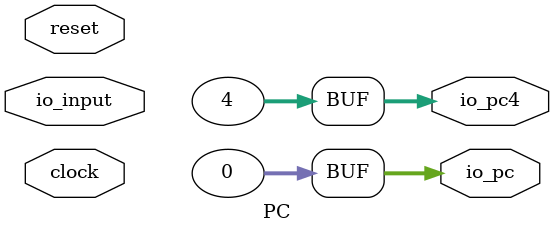
<source format=v>
module PC(
  input         clock,
  input         reset,
  input  [31:0] io_input,
  output [31:0] io_pc,
  output [31:0] io_pc4
);
  assign io_pc = 32'h0; // @[PC.scala 15:22]
  assign io_pc4 = 32'h4; // @[PC.scala 14:23]
endmodule

</source>
